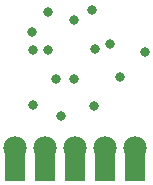
<source format=gbs>
G04 Layer_Color=8150272*
%FSLAX25Y25*%
%MOIN*%
G70*
G01*
G75*
%ADD24R,0.07000X0.11299*%
%ADD40C,0.07800*%
%ADD41C,0.03300*%
D24*
X368000Y146150D02*
D03*
X378000D02*
D03*
X388000D02*
D03*
X398000D02*
D03*
X408000D02*
D03*
D40*
X368000Y151500D02*
D03*
X378000D02*
D03*
X388000D02*
D03*
X398000D02*
D03*
X408000D02*
D03*
D41*
X383276Y162130D02*
D03*
X373827Y165673D02*
D03*
X381701Y174335D02*
D03*
X378945Y184177D02*
D03*
X373827D02*
D03*
X373587Y189929D02*
D03*
X394299Y165279D02*
D03*
X399417Y186146D02*
D03*
X403000Y175083D02*
D03*
X411228Y183429D02*
D03*
X393500Y197500D02*
D03*
X387500Y174500D02*
D03*
X394500Y184500D02*
D03*
X387500Y194000D02*
D03*
X378842Y196658D02*
D03*
M02*

</source>
